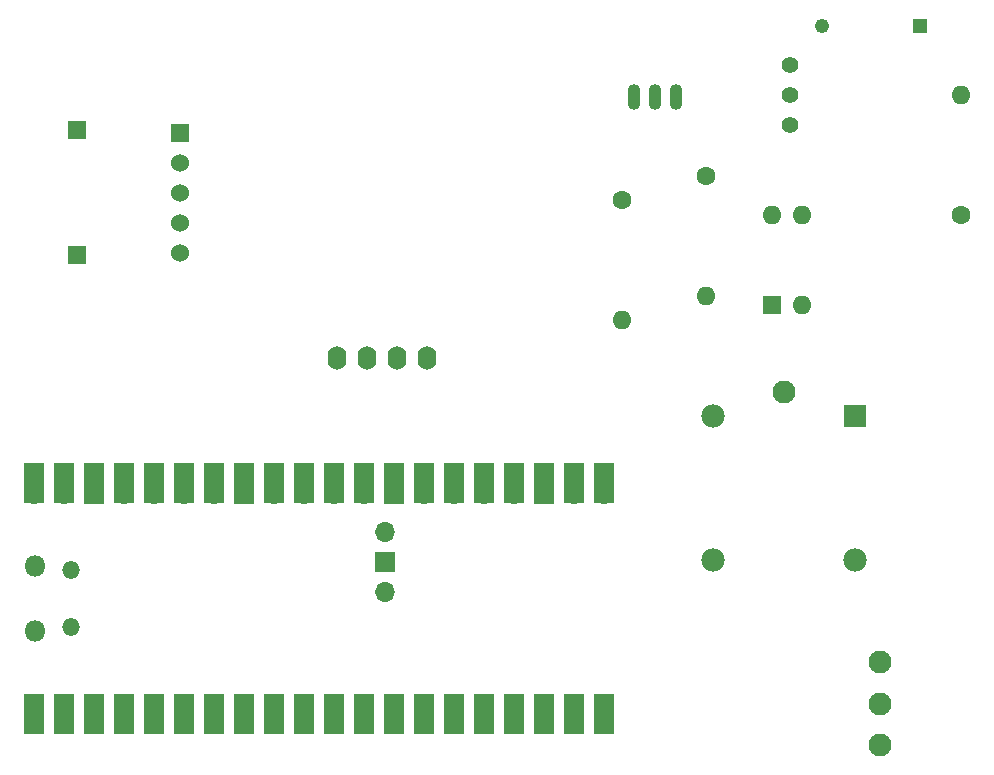
<source format=gts>
%TF.GenerationSoftware,KiCad,Pcbnew,(6.0.11)*%
%TF.CreationDate,2023-04-01T22:46:31+02:00*%
%TF.ProjectId,thermostat,74686572-6d6f-4737-9461-742e6b696361,v01*%
%TF.SameCoordinates,Original*%
%TF.FileFunction,Soldermask,Top*%
%TF.FilePolarity,Negative*%
%FSLAX46Y46*%
G04 Gerber Fmt 4.6, Leading zero omitted, Abs format (unit mm)*
G04 Created by KiCad (PCBNEW (6.0.11)) date 2023-04-01 22:46:31*
%MOMM*%
%LPD*%
G01*
G04 APERTURE LIST*
%ADD10O,1.600000X2.000000*%
%ADD11C,1.238000*%
%ADD12R,1.238000X1.238000*%
%ADD13C,1.422400*%
%ADD14C,1.600000*%
%ADD15O,1.600000X1.600000*%
%ADD16O,1.100000X2.200000*%
%ADD17R,1.600000X1.600000*%
%ADD18R,1.980000X1.980000*%
%ADD19C,1.980000*%
%ADD20C,1.935000*%
%ADD21R,1.524000X1.524000*%
%ADD22C,1.524000*%
%ADD23C,1.950000*%
%ADD24O,1.500000X1.500000*%
%ADD25O,1.800000X1.800000*%
%ADD26R,1.700000X3.500000*%
%ADD27O,1.700000X1.700000*%
%ADD28R,1.700000X1.700000*%
G04 APERTURE END LIST*
D10*
%TO.C,Brd1*%
X60008000Y-55812000D03*
X57468000Y-55812000D03*
X54928000Y-55812000D03*
X52388000Y-55812000D03*
%TD*%
D11*
%TO.C,D1*%
X93390000Y-27686000D03*
D12*
X101682000Y-27686000D03*
%TD*%
D13*
%TO.C,T1*%
X90677993Y-33528000D03*
X90677993Y-30988000D03*
X90677993Y-36068000D03*
%TD*%
D14*
%TO.C,R2*%
X76454000Y-42418000D03*
D15*
X76454000Y-52578000D03*
%TD*%
D16*
%TO.C,U1*%
X77478000Y-33766000D03*
X79248000Y-33766000D03*
X81018000Y-33766000D03*
%TD*%
D17*
%TO.C,U2*%
X89149000Y-51298000D03*
D15*
X91689000Y-51298000D03*
X91689000Y-43678000D03*
X89149000Y-43678000D03*
%TD*%
D18*
%TO.C,K1*%
X96170000Y-60702000D03*
D19*
X84170000Y-60702000D03*
D20*
X90170000Y-58702000D03*
D19*
X96170000Y-72902000D03*
X84170000Y-72902000D03*
%TD*%
D21*
%TO.C,J3*%
X39076000Y-36750000D03*
D22*
X39076000Y-39290000D03*
X39076000Y-41830000D03*
X39076000Y-44370000D03*
X39076000Y-46910000D03*
D21*
X30326000Y-36530000D03*
X30326000Y-47130000D03*
%TD*%
D14*
%TO.C,R1*%
X83566000Y-40386000D03*
D15*
X83566000Y-50546000D03*
%TD*%
D14*
%TO.C,R3*%
X105156000Y-43688000D03*
D15*
X105156000Y-33528000D03*
%TD*%
D23*
%TO.C,J1*%
X98298000Y-88590000D03*
X98298000Y-85090000D03*
X98298000Y-81590000D03*
%TD*%
D24*
%TO.C,A1*%
X29830000Y-78625000D03*
D25*
X26800000Y-73475000D03*
D24*
X29830000Y-73775000D03*
D25*
X26800000Y-78925000D03*
D26*
X26670000Y-85990000D03*
D27*
X26670000Y-85090000D03*
D26*
X29210000Y-85990000D03*
D27*
X29210000Y-85090000D03*
D26*
X31750000Y-85990000D03*
D28*
X31750000Y-85090000D03*
D26*
X34290000Y-85990000D03*
D27*
X34290000Y-85090000D03*
X36830000Y-85090000D03*
D26*
X36830000Y-85990000D03*
D27*
X39370000Y-85090000D03*
D26*
X39370000Y-85990000D03*
D27*
X41910000Y-85090000D03*
D26*
X41910000Y-85990000D03*
X44450000Y-85990000D03*
D28*
X44450000Y-85090000D03*
D27*
X46990000Y-85090000D03*
D26*
X46990000Y-85990000D03*
D27*
X49530000Y-85090000D03*
D26*
X49530000Y-85990000D03*
X52070000Y-85990000D03*
D27*
X52070000Y-85090000D03*
X54610000Y-85090000D03*
D26*
X54610000Y-85990000D03*
X57150000Y-85990000D03*
D28*
X57150000Y-85090000D03*
D27*
X59690000Y-85090000D03*
D26*
X59690000Y-85990000D03*
X62230000Y-85990000D03*
D27*
X62230000Y-85090000D03*
D26*
X64770000Y-85990000D03*
D27*
X64770000Y-85090000D03*
X67310000Y-85090000D03*
D26*
X67310000Y-85990000D03*
D28*
X69850000Y-85090000D03*
D26*
X69850000Y-85990000D03*
X72390000Y-85990000D03*
D27*
X72390000Y-85090000D03*
X74930000Y-85090000D03*
D26*
X74930000Y-85990000D03*
D27*
X74930000Y-67310000D03*
D26*
X74930000Y-66410000D03*
X72390000Y-66410000D03*
D27*
X72390000Y-67310000D03*
D28*
X69850000Y-67310000D03*
D26*
X69850000Y-66410000D03*
D27*
X67310000Y-67310000D03*
D26*
X67310000Y-66410000D03*
X64770000Y-66410000D03*
D27*
X64770000Y-67310000D03*
X62230000Y-67310000D03*
D26*
X62230000Y-66410000D03*
X59690000Y-66410000D03*
D27*
X59690000Y-67310000D03*
D26*
X57150000Y-66410000D03*
D28*
X57150000Y-67310000D03*
D26*
X54610000Y-66410000D03*
D27*
X54610000Y-67310000D03*
X52070000Y-67310000D03*
D26*
X52070000Y-66410000D03*
X49530000Y-66410000D03*
D27*
X49530000Y-67310000D03*
X46990000Y-67310000D03*
D26*
X46990000Y-66410000D03*
X44450000Y-66410000D03*
D28*
X44450000Y-67310000D03*
D26*
X41910000Y-66410000D03*
D27*
X41910000Y-67310000D03*
D26*
X39370000Y-66410000D03*
D27*
X39370000Y-67310000D03*
X36830000Y-67310000D03*
D26*
X36830000Y-66410000D03*
D27*
X34290000Y-67310000D03*
D26*
X34290000Y-66410000D03*
X31750000Y-66410000D03*
D28*
X31750000Y-67310000D03*
D26*
X29210000Y-66410000D03*
D27*
X29210000Y-67310000D03*
X26670000Y-67310000D03*
D26*
X26670000Y-66410000D03*
D27*
X56400000Y-75615900D03*
D28*
X56400000Y-73075900D03*
D27*
X56400000Y-70535900D03*
%TD*%
M02*

</source>
